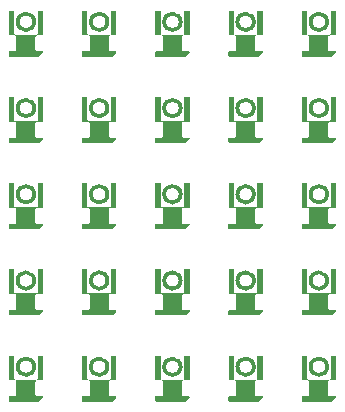
<source format=gbs>
G04 #@! TF.GenerationSoftware,KiCad,Pcbnew,5.0.2-bee76a0~70~ubuntu18.04.1*
G04 #@! TF.CreationDate,2018-12-05T20:22:07+01:00*
G04 #@! TF.ProjectId,noname,6e6f6e61-6d65-42e6-9b69-6361645f7063,rev?*
G04 #@! TF.SameCoordinates,Original*
G04 #@! TF.FileFunction,Soldermask,Bot*
G04 #@! TF.FilePolarity,Negative*
%FSLAX46Y46*%
G04 Gerber Fmt 4.6, Leading zero omitted, Abs format (unit mm)*
G04 Created by KiCad (PCBNEW 5.0.2-bee76a0~70~ubuntu18.04.1) date Wed 05 Dec 2018 20:22:07 CET*
%MOMM*%
%LPD*%
G01*
G04 APERTURE LIST*
%ADD10C,0.300000*%
%ADD11C,0.100000*%
G04 APERTURE END LIST*
D10*
G04 #@! TO.C,U1*
X137600000Y-121820000D02*
G75*
G03X137600000Y-121820000I-700000J0D01*
G01*
X131400000Y-121820000D02*
G75*
G03X131400000Y-121820000I-700000J0D01*
G01*
X125200000Y-121820000D02*
G75*
G03X125200000Y-121820000I-700000J0D01*
G01*
X119000000Y-121820000D02*
G75*
G03X119000000Y-121820000I-700000J0D01*
G01*
X112800000Y-121820000D02*
G75*
G03X112800000Y-121820000I-700000J0D01*
G01*
X137600000Y-114520000D02*
G75*
G03X137600000Y-114520000I-700000J0D01*
G01*
X131400000Y-114520000D02*
G75*
G03X131400000Y-114520000I-700000J0D01*
G01*
X125200000Y-114520000D02*
G75*
G03X125200000Y-114520000I-700000J0D01*
G01*
X119000000Y-114520000D02*
G75*
G03X119000000Y-114520000I-700000J0D01*
G01*
X112800000Y-114520000D02*
G75*
G03X112800000Y-114520000I-700000J0D01*
G01*
X137600000Y-107220000D02*
G75*
G03X137600000Y-107220000I-700000J0D01*
G01*
X131400000Y-107220000D02*
G75*
G03X131400000Y-107220000I-700000J0D01*
G01*
X125200000Y-107220000D02*
G75*
G03X125200000Y-107220000I-700000J0D01*
G01*
X119000000Y-107220000D02*
G75*
G03X119000000Y-107220000I-700000J0D01*
G01*
X112800000Y-107220000D02*
G75*
G03X112800000Y-107220000I-700000J0D01*
G01*
X137600000Y-99920000D02*
G75*
G03X137600000Y-99920000I-700000J0D01*
G01*
X131400000Y-99920000D02*
G75*
G03X131400000Y-99920000I-700000J0D01*
G01*
X125200000Y-99920000D02*
G75*
G03X125200000Y-99920000I-700000J0D01*
G01*
X119000000Y-99920000D02*
G75*
G03X119000000Y-99920000I-700000J0D01*
G01*
X112800000Y-99920000D02*
G75*
G03X112800000Y-99920000I-700000J0D01*
G01*
X137600000Y-92620000D02*
G75*
G03X137600000Y-92620000I-700000J0D01*
G01*
X131400000Y-92620000D02*
G75*
G03X131400000Y-92620000I-700000J0D01*
G01*
X125200000Y-92620000D02*
G75*
G03X125200000Y-92620000I-700000J0D01*
G01*
X119000000Y-92620000D02*
G75*
G03X119000000Y-92620000I-700000J0D01*
G01*
X112800000Y-92620000D02*
G75*
G03X112800000Y-92620000I-700000J0D01*
G01*
D11*
G36*
X135900800Y-122794200D02*
X135903202Y-122818586D01*
X135910315Y-122842035D01*
X135921866Y-122863646D01*
X135937412Y-122882588D01*
X135956354Y-122898134D01*
X135977965Y-122909685D01*
X136001414Y-122916798D01*
X136025800Y-122919200D01*
X137774200Y-122919200D01*
X137798586Y-122916798D01*
X137822035Y-122909685D01*
X137843646Y-122898134D01*
X137862588Y-122882588D01*
X137878134Y-122863646D01*
X137889685Y-122842035D01*
X137896798Y-122818586D01*
X137899200Y-122794200D01*
X137899200Y-120869200D01*
X138350800Y-120869200D01*
X138350800Y-122970800D01*
X137825800Y-122970800D01*
X137801414Y-122973202D01*
X137777965Y-122980315D01*
X137756354Y-122991866D01*
X137737412Y-123007412D01*
X137721866Y-123026354D01*
X137710315Y-123047965D01*
X137703202Y-123071414D01*
X137700800Y-123095800D01*
X137700800Y-124193349D01*
X137703202Y-124217735D01*
X137710315Y-124241184D01*
X137721866Y-124262795D01*
X137737412Y-124281737D01*
X137756354Y-124297283D01*
X137777965Y-124308834D01*
X137801414Y-124315947D01*
X137825800Y-124318349D01*
X138293862Y-124318349D01*
X138309956Y-124319934D01*
X138319535Y-124322840D01*
X138328359Y-124327556D01*
X138336095Y-124333905D01*
X138342444Y-124341641D01*
X138347160Y-124350465D01*
X138350066Y-124360044D01*
X138351651Y-124376138D01*
X138351651Y-124413862D01*
X138350066Y-124429956D01*
X138347160Y-124439535D01*
X138342444Y-124448359D01*
X138332175Y-124460871D01*
X138040871Y-124752175D01*
X138028359Y-124762444D01*
X138019535Y-124767160D01*
X138009956Y-124770066D01*
X137993862Y-124771651D01*
X135506138Y-124771651D01*
X135490044Y-124770066D01*
X135480465Y-124767160D01*
X135471641Y-124762444D01*
X135463905Y-124756095D01*
X135457556Y-124748359D01*
X135452840Y-124739535D01*
X135449934Y-124729956D01*
X135448349Y-124713862D01*
X135448349Y-124376138D01*
X135449934Y-124360044D01*
X135452840Y-124350465D01*
X135457556Y-124341641D01*
X135463905Y-124333905D01*
X135471641Y-124327556D01*
X135480465Y-124322840D01*
X135490044Y-124319934D01*
X135506138Y-124318349D01*
X135974200Y-124318349D01*
X135998586Y-124315947D01*
X136022035Y-124308834D01*
X136043646Y-124297283D01*
X136062588Y-124281737D01*
X136078134Y-124262795D01*
X136089685Y-124241184D01*
X136096798Y-124217735D01*
X136099200Y-124193349D01*
X136099200Y-123095800D01*
X136096798Y-123071414D01*
X136089685Y-123047965D01*
X136078134Y-123026354D01*
X136062588Y-123007412D01*
X136043646Y-122991866D01*
X136022035Y-122980315D01*
X135998586Y-122973202D01*
X135974200Y-122970800D01*
X135449200Y-122970800D01*
X135449200Y-120869200D01*
X135900800Y-120869200D01*
X135900800Y-122794200D01*
X135900800Y-122794200D01*
G37*
G36*
X129700800Y-122794200D02*
X129703202Y-122818586D01*
X129710315Y-122842035D01*
X129721866Y-122863646D01*
X129737412Y-122882588D01*
X129756354Y-122898134D01*
X129777965Y-122909685D01*
X129801414Y-122916798D01*
X129825800Y-122919200D01*
X131574200Y-122919200D01*
X131598586Y-122916798D01*
X131622035Y-122909685D01*
X131643646Y-122898134D01*
X131662588Y-122882588D01*
X131678134Y-122863646D01*
X131689685Y-122842035D01*
X131696798Y-122818586D01*
X131699200Y-122794200D01*
X131699200Y-120869200D01*
X132150800Y-120869200D01*
X132150800Y-122970800D01*
X131625800Y-122970800D01*
X131601414Y-122973202D01*
X131577965Y-122980315D01*
X131556354Y-122991866D01*
X131537412Y-123007412D01*
X131521866Y-123026354D01*
X131510315Y-123047965D01*
X131503202Y-123071414D01*
X131500800Y-123095800D01*
X131500800Y-124193349D01*
X131503202Y-124217735D01*
X131510315Y-124241184D01*
X131521866Y-124262795D01*
X131537412Y-124281737D01*
X131556354Y-124297283D01*
X131577965Y-124308834D01*
X131601414Y-124315947D01*
X131625800Y-124318349D01*
X132093862Y-124318349D01*
X132109956Y-124319934D01*
X132119535Y-124322840D01*
X132128359Y-124327556D01*
X132136095Y-124333905D01*
X132142444Y-124341641D01*
X132147160Y-124350465D01*
X132150066Y-124360044D01*
X132151651Y-124376138D01*
X132151651Y-124413862D01*
X132150066Y-124429956D01*
X132147160Y-124439535D01*
X132142444Y-124448359D01*
X132132175Y-124460871D01*
X131840871Y-124752175D01*
X131828359Y-124762444D01*
X131819535Y-124767160D01*
X131809956Y-124770066D01*
X131793862Y-124771651D01*
X129306138Y-124771651D01*
X129290044Y-124770066D01*
X129280465Y-124767160D01*
X129271641Y-124762444D01*
X129263905Y-124756095D01*
X129257556Y-124748359D01*
X129252840Y-124739535D01*
X129249934Y-124729956D01*
X129248349Y-124713862D01*
X129248349Y-124376138D01*
X129249934Y-124360044D01*
X129252840Y-124350465D01*
X129257556Y-124341641D01*
X129263905Y-124333905D01*
X129271641Y-124327556D01*
X129280465Y-124322840D01*
X129290044Y-124319934D01*
X129306138Y-124318349D01*
X129774200Y-124318349D01*
X129798586Y-124315947D01*
X129822035Y-124308834D01*
X129843646Y-124297283D01*
X129862588Y-124281737D01*
X129878134Y-124262795D01*
X129889685Y-124241184D01*
X129896798Y-124217735D01*
X129899200Y-124193349D01*
X129899200Y-123095800D01*
X129896798Y-123071414D01*
X129889685Y-123047965D01*
X129878134Y-123026354D01*
X129862588Y-123007412D01*
X129843646Y-122991866D01*
X129822035Y-122980315D01*
X129798586Y-122973202D01*
X129774200Y-122970800D01*
X129249200Y-122970800D01*
X129249200Y-120869200D01*
X129700800Y-120869200D01*
X129700800Y-122794200D01*
X129700800Y-122794200D01*
G37*
G36*
X123500800Y-122794200D02*
X123503202Y-122818586D01*
X123510315Y-122842035D01*
X123521866Y-122863646D01*
X123537412Y-122882588D01*
X123556354Y-122898134D01*
X123577965Y-122909685D01*
X123601414Y-122916798D01*
X123625800Y-122919200D01*
X125374200Y-122919200D01*
X125398586Y-122916798D01*
X125422035Y-122909685D01*
X125443646Y-122898134D01*
X125462588Y-122882588D01*
X125478134Y-122863646D01*
X125489685Y-122842035D01*
X125496798Y-122818586D01*
X125499200Y-122794200D01*
X125499200Y-120869200D01*
X125950800Y-120869200D01*
X125950800Y-122970800D01*
X125425800Y-122970800D01*
X125401414Y-122973202D01*
X125377965Y-122980315D01*
X125356354Y-122991866D01*
X125337412Y-123007412D01*
X125321866Y-123026354D01*
X125310315Y-123047965D01*
X125303202Y-123071414D01*
X125300800Y-123095800D01*
X125300800Y-124193349D01*
X125303202Y-124217735D01*
X125310315Y-124241184D01*
X125321866Y-124262795D01*
X125337412Y-124281737D01*
X125356354Y-124297283D01*
X125377965Y-124308834D01*
X125401414Y-124315947D01*
X125425800Y-124318349D01*
X125893862Y-124318349D01*
X125909956Y-124319934D01*
X125919535Y-124322840D01*
X125928359Y-124327556D01*
X125936095Y-124333905D01*
X125942444Y-124341641D01*
X125947160Y-124350465D01*
X125950066Y-124360044D01*
X125951651Y-124376138D01*
X125951651Y-124413862D01*
X125950066Y-124429956D01*
X125947160Y-124439535D01*
X125942444Y-124448359D01*
X125932175Y-124460871D01*
X125640871Y-124752175D01*
X125628359Y-124762444D01*
X125619535Y-124767160D01*
X125609956Y-124770066D01*
X125593862Y-124771651D01*
X123106138Y-124771651D01*
X123090044Y-124770066D01*
X123080465Y-124767160D01*
X123071641Y-124762444D01*
X123063905Y-124756095D01*
X123057556Y-124748359D01*
X123052840Y-124739535D01*
X123049934Y-124729956D01*
X123048349Y-124713862D01*
X123048349Y-124376138D01*
X123049934Y-124360044D01*
X123052840Y-124350465D01*
X123057556Y-124341641D01*
X123063905Y-124333905D01*
X123071641Y-124327556D01*
X123080465Y-124322840D01*
X123090044Y-124319934D01*
X123106138Y-124318349D01*
X123574200Y-124318349D01*
X123598586Y-124315947D01*
X123622035Y-124308834D01*
X123643646Y-124297283D01*
X123662588Y-124281737D01*
X123678134Y-124262795D01*
X123689685Y-124241184D01*
X123696798Y-124217735D01*
X123699200Y-124193349D01*
X123699200Y-123095800D01*
X123696798Y-123071414D01*
X123689685Y-123047965D01*
X123678134Y-123026354D01*
X123662588Y-123007412D01*
X123643646Y-122991866D01*
X123622035Y-122980315D01*
X123598586Y-122973202D01*
X123574200Y-122970800D01*
X123049200Y-122970800D01*
X123049200Y-120869200D01*
X123500800Y-120869200D01*
X123500800Y-122794200D01*
X123500800Y-122794200D01*
G37*
G36*
X111100800Y-122794200D02*
X111103202Y-122818586D01*
X111110315Y-122842035D01*
X111121866Y-122863646D01*
X111137412Y-122882588D01*
X111156354Y-122898134D01*
X111177965Y-122909685D01*
X111201414Y-122916798D01*
X111225800Y-122919200D01*
X112974200Y-122919200D01*
X112998586Y-122916798D01*
X113022035Y-122909685D01*
X113043646Y-122898134D01*
X113062588Y-122882588D01*
X113078134Y-122863646D01*
X113089685Y-122842035D01*
X113096798Y-122818586D01*
X113099200Y-122794200D01*
X113099200Y-120869200D01*
X113550800Y-120869200D01*
X113550800Y-122970800D01*
X113025800Y-122970800D01*
X113001414Y-122973202D01*
X112977965Y-122980315D01*
X112956354Y-122991866D01*
X112937412Y-123007412D01*
X112921866Y-123026354D01*
X112910315Y-123047965D01*
X112903202Y-123071414D01*
X112900800Y-123095800D01*
X112900800Y-124193349D01*
X112903202Y-124217735D01*
X112910315Y-124241184D01*
X112921866Y-124262795D01*
X112937412Y-124281737D01*
X112956354Y-124297283D01*
X112977965Y-124308834D01*
X113001414Y-124315947D01*
X113025800Y-124318349D01*
X113493862Y-124318349D01*
X113509956Y-124319934D01*
X113519535Y-124322840D01*
X113528359Y-124327556D01*
X113536095Y-124333905D01*
X113542444Y-124341641D01*
X113547160Y-124350465D01*
X113550066Y-124360044D01*
X113551651Y-124376138D01*
X113551651Y-124413862D01*
X113550066Y-124429956D01*
X113547160Y-124439535D01*
X113542444Y-124448359D01*
X113532175Y-124460871D01*
X113240871Y-124752175D01*
X113228359Y-124762444D01*
X113219535Y-124767160D01*
X113209956Y-124770066D01*
X113193862Y-124771651D01*
X110706138Y-124771651D01*
X110690044Y-124770066D01*
X110680465Y-124767160D01*
X110671641Y-124762444D01*
X110663905Y-124756095D01*
X110657556Y-124748359D01*
X110652840Y-124739535D01*
X110649934Y-124729956D01*
X110648349Y-124713862D01*
X110648349Y-124376138D01*
X110649934Y-124360044D01*
X110652840Y-124350465D01*
X110657556Y-124341641D01*
X110663905Y-124333905D01*
X110671641Y-124327556D01*
X110680465Y-124322840D01*
X110690044Y-124319934D01*
X110706138Y-124318349D01*
X111174200Y-124318349D01*
X111198586Y-124315947D01*
X111222035Y-124308834D01*
X111243646Y-124297283D01*
X111262588Y-124281737D01*
X111278134Y-124262795D01*
X111289685Y-124241184D01*
X111296798Y-124217735D01*
X111299200Y-124193349D01*
X111299200Y-123095800D01*
X111296798Y-123071414D01*
X111289685Y-123047965D01*
X111278134Y-123026354D01*
X111262588Y-123007412D01*
X111243646Y-122991866D01*
X111222035Y-122980315D01*
X111198586Y-122973202D01*
X111174200Y-122970800D01*
X110649200Y-122970800D01*
X110649200Y-120869200D01*
X111100800Y-120869200D01*
X111100800Y-122794200D01*
X111100800Y-122794200D01*
G37*
G36*
X117300800Y-122794200D02*
X117303202Y-122818586D01*
X117310315Y-122842035D01*
X117321866Y-122863646D01*
X117337412Y-122882588D01*
X117356354Y-122898134D01*
X117377965Y-122909685D01*
X117401414Y-122916798D01*
X117425800Y-122919200D01*
X119174200Y-122919200D01*
X119198586Y-122916798D01*
X119222035Y-122909685D01*
X119243646Y-122898134D01*
X119262588Y-122882588D01*
X119278134Y-122863646D01*
X119289685Y-122842035D01*
X119296798Y-122818586D01*
X119299200Y-122794200D01*
X119299200Y-120869200D01*
X119750800Y-120869200D01*
X119750800Y-122970800D01*
X119225800Y-122970800D01*
X119201414Y-122973202D01*
X119177965Y-122980315D01*
X119156354Y-122991866D01*
X119137412Y-123007412D01*
X119121866Y-123026354D01*
X119110315Y-123047965D01*
X119103202Y-123071414D01*
X119100800Y-123095800D01*
X119100800Y-124193349D01*
X119103202Y-124217735D01*
X119110315Y-124241184D01*
X119121866Y-124262795D01*
X119137412Y-124281737D01*
X119156354Y-124297283D01*
X119177965Y-124308834D01*
X119201414Y-124315947D01*
X119225800Y-124318349D01*
X119693862Y-124318349D01*
X119709956Y-124319934D01*
X119719535Y-124322840D01*
X119728359Y-124327556D01*
X119736095Y-124333905D01*
X119742444Y-124341641D01*
X119747160Y-124350465D01*
X119750066Y-124360044D01*
X119751651Y-124376138D01*
X119751651Y-124413862D01*
X119750066Y-124429956D01*
X119747160Y-124439535D01*
X119742444Y-124448359D01*
X119732175Y-124460871D01*
X119440871Y-124752175D01*
X119428359Y-124762444D01*
X119419535Y-124767160D01*
X119409956Y-124770066D01*
X119393862Y-124771651D01*
X116906138Y-124771651D01*
X116890044Y-124770066D01*
X116880465Y-124767160D01*
X116871641Y-124762444D01*
X116863905Y-124756095D01*
X116857556Y-124748359D01*
X116852840Y-124739535D01*
X116849934Y-124729956D01*
X116848349Y-124713862D01*
X116848349Y-124376138D01*
X116849934Y-124360044D01*
X116852840Y-124350465D01*
X116857556Y-124341641D01*
X116863905Y-124333905D01*
X116871641Y-124327556D01*
X116880465Y-124322840D01*
X116890044Y-124319934D01*
X116906138Y-124318349D01*
X117374200Y-124318349D01*
X117398586Y-124315947D01*
X117422035Y-124308834D01*
X117443646Y-124297283D01*
X117462588Y-124281737D01*
X117478134Y-124262795D01*
X117489685Y-124241184D01*
X117496798Y-124217735D01*
X117499200Y-124193349D01*
X117499200Y-123095800D01*
X117496798Y-123071414D01*
X117489685Y-123047965D01*
X117478134Y-123026354D01*
X117462588Y-123007412D01*
X117443646Y-122991866D01*
X117422035Y-122980315D01*
X117398586Y-122973202D01*
X117374200Y-122970800D01*
X116849200Y-122970800D01*
X116849200Y-120869200D01*
X117300800Y-120869200D01*
X117300800Y-122794200D01*
X117300800Y-122794200D01*
G37*
G36*
X117300800Y-115494200D02*
X117303202Y-115518586D01*
X117310315Y-115542035D01*
X117321866Y-115563646D01*
X117337412Y-115582588D01*
X117356354Y-115598134D01*
X117377965Y-115609685D01*
X117401414Y-115616798D01*
X117425800Y-115619200D01*
X119174200Y-115619200D01*
X119198586Y-115616798D01*
X119222035Y-115609685D01*
X119243646Y-115598134D01*
X119262588Y-115582588D01*
X119278134Y-115563646D01*
X119289685Y-115542035D01*
X119296798Y-115518586D01*
X119299200Y-115494200D01*
X119299200Y-113569200D01*
X119750800Y-113569200D01*
X119750800Y-115670800D01*
X119225800Y-115670800D01*
X119201414Y-115673202D01*
X119177965Y-115680315D01*
X119156354Y-115691866D01*
X119137412Y-115707412D01*
X119121866Y-115726354D01*
X119110315Y-115747965D01*
X119103202Y-115771414D01*
X119100800Y-115795800D01*
X119100800Y-116893349D01*
X119103202Y-116917735D01*
X119110315Y-116941184D01*
X119121866Y-116962795D01*
X119137412Y-116981737D01*
X119156354Y-116997283D01*
X119177965Y-117008834D01*
X119201414Y-117015947D01*
X119225800Y-117018349D01*
X119693862Y-117018349D01*
X119709956Y-117019934D01*
X119719535Y-117022840D01*
X119728359Y-117027556D01*
X119736095Y-117033905D01*
X119742444Y-117041641D01*
X119747160Y-117050465D01*
X119750066Y-117060044D01*
X119751651Y-117076138D01*
X119751651Y-117113862D01*
X119750066Y-117129956D01*
X119747160Y-117139535D01*
X119742444Y-117148359D01*
X119732175Y-117160871D01*
X119440871Y-117452175D01*
X119428359Y-117462444D01*
X119419535Y-117467160D01*
X119409956Y-117470066D01*
X119393862Y-117471651D01*
X116906138Y-117471651D01*
X116890044Y-117470066D01*
X116880465Y-117467160D01*
X116871641Y-117462444D01*
X116863905Y-117456095D01*
X116857556Y-117448359D01*
X116852840Y-117439535D01*
X116849934Y-117429956D01*
X116848349Y-117413862D01*
X116848349Y-117076138D01*
X116849934Y-117060044D01*
X116852840Y-117050465D01*
X116857556Y-117041641D01*
X116863905Y-117033905D01*
X116871641Y-117027556D01*
X116880465Y-117022840D01*
X116890044Y-117019934D01*
X116906138Y-117018349D01*
X117374200Y-117018349D01*
X117398586Y-117015947D01*
X117422035Y-117008834D01*
X117443646Y-116997283D01*
X117462588Y-116981737D01*
X117478134Y-116962795D01*
X117489685Y-116941184D01*
X117496798Y-116917735D01*
X117499200Y-116893349D01*
X117499200Y-115795800D01*
X117496798Y-115771414D01*
X117489685Y-115747965D01*
X117478134Y-115726354D01*
X117462588Y-115707412D01*
X117443646Y-115691866D01*
X117422035Y-115680315D01*
X117398586Y-115673202D01*
X117374200Y-115670800D01*
X116849200Y-115670800D01*
X116849200Y-113569200D01*
X117300800Y-113569200D01*
X117300800Y-115494200D01*
X117300800Y-115494200D01*
G37*
G36*
X111100800Y-115494200D02*
X111103202Y-115518586D01*
X111110315Y-115542035D01*
X111121866Y-115563646D01*
X111137412Y-115582588D01*
X111156354Y-115598134D01*
X111177965Y-115609685D01*
X111201414Y-115616798D01*
X111225800Y-115619200D01*
X112974200Y-115619200D01*
X112998586Y-115616798D01*
X113022035Y-115609685D01*
X113043646Y-115598134D01*
X113062588Y-115582588D01*
X113078134Y-115563646D01*
X113089685Y-115542035D01*
X113096798Y-115518586D01*
X113099200Y-115494200D01*
X113099200Y-113569200D01*
X113550800Y-113569200D01*
X113550800Y-115670800D01*
X113025800Y-115670800D01*
X113001414Y-115673202D01*
X112977965Y-115680315D01*
X112956354Y-115691866D01*
X112937412Y-115707412D01*
X112921866Y-115726354D01*
X112910315Y-115747965D01*
X112903202Y-115771414D01*
X112900800Y-115795800D01*
X112900800Y-116893349D01*
X112903202Y-116917735D01*
X112910315Y-116941184D01*
X112921866Y-116962795D01*
X112937412Y-116981737D01*
X112956354Y-116997283D01*
X112977965Y-117008834D01*
X113001414Y-117015947D01*
X113025800Y-117018349D01*
X113493862Y-117018349D01*
X113509956Y-117019934D01*
X113519535Y-117022840D01*
X113528359Y-117027556D01*
X113536095Y-117033905D01*
X113542444Y-117041641D01*
X113547160Y-117050465D01*
X113550066Y-117060044D01*
X113551651Y-117076138D01*
X113551651Y-117113862D01*
X113550066Y-117129956D01*
X113547160Y-117139535D01*
X113542444Y-117148359D01*
X113532175Y-117160871D01*
X113240871Y-117452175D01*
X113228359Y-117462444D01*
X113219535Y-117467160D01*
X113209956Y-117470066D01*
X113193862Y-117471651D01*
X110706138Y-117471651D01*
X110690044Y-117470066D01*
X110680465Y-117467160D01*
X110671641Y-117462444D01*
X110663905Y-117456095D01*
X110657556Y-117448359D01*
X110652840Y-117439535D01*
X110649934Y-117429956D01*
X110648349Y-117413862D01*
X110648349Y-117076138D01*
X110649934Y-117060044D01*
X110652840Y-117050465D01*
X110657556Y-117041641D01*
X110663905Y-117033905D01*
X110671641Y-117027556D01*
X110680465Y-117022840D01*
X110690044Y-117019934D01*
X110706138Y-117018349D01*
X111174200Y-117018349D01*
X111198586Y-117015947D01*
X111222035Y-117008834D01*
X111243646Y-116997283D01*
X111262588Y-116981737D01*
X111278134Y-116962795D01*
X111289685Y-116941184D01*
X111296798Y-116917735D01*
X111299200Y-116893349D01*
X111299200Y-115795800D01*
X111296798Y-115771414D01*
X111289685Y-115747965D01*
X111278134Y-115726354D01*
X111262588Y-115707412D01*
X111243646Y-115691866D01*
X111222035Y-115680315D01*
X111198586Y-115673202D01*
X111174200Y-115670800D01*
X110649200Y-115670800D01*
X110649200Y-113569200D01*
X111100800Y-113569200D01*
X111100800Y-115494200D01*
X111100800Y-115494200D01*
G37*
G36*
X123500800Y-115494200D02*
X123503202Y-115518586D01*
X123510315Y-115542035D01*
X123521866Y-115563646D01*
X123537412Y-115582588D01*
X123556354Y-115598134D01*
X123577965Y-115609685D01*
X123601414Y-115616798D01*
X123625800Y-115619200D01*
X125374200Y-115619200D01*
X125398586Y-115616798D01*
X125422035Y-115609685D01*
X125443646Y-115598134D01*
X125462588Y-115582588D01*
X125478134Y-115563646D01*
X125489685Y-115542035D01*
X125496798Y-115518586D01*
X125499200Y-115494200D01*
X125499200Y-113569200D01*
X125950800Y-113569200D01*
X125950800Y-115670800D01*
X125425800Y-115670800D01*
X125401414Y-115673202D01*
X125377965Y-115680315D01*
X125356354Y-115691866D01*
X125337412Y-115707412D01*
X125321866Y-115726354D01*
X125310315Y-115747965D01*
X125303202Y-115771414D01*
X125300800Y-115795800D01*
X125300800Y-116893349D01*
X125303202Y-116917735D01*
X125310315Y-116941184D01*
X125321866Y-116962795D01*
X125337412Y-116981737D01*
X125356354Y-116997283D01*
X125377965Y-117008834D01*
X125401414Y-117015947D01*
X125425800Y-117018349D01*
X125893862Y-117018349D01*
X125909956Y-117019934D01*
X125919535Y-117022840D01*
X125928359Y-117027556D01*
X125936095Y-117033905D01*
X125942444Y-117041641D01*
X125947160Y-117050465D01*
X125950066Y-117060044D01*
X125951651Y-117076138D01*
X125951651Y-117113862D01*
X125950066Y-117129956D01*
X125947160Y-117139535D01*
X125942444Y-117148359D01*
X125932175Y-117160871D01*
X125640871Y-117452175D01*
X125628359Y-117462444D01*
X125619535Y-117467160D01*
X125609956Y-117470066D01*
X125593862Y-117471651D01*
X123106138Y-117471651D01*
X123090044Y-117470066D01*
X123080465Y-117467160D01*
X123071641Y-117462444D01*
X123063905Y-117456095D01*
X123057556Y-117448359D01*
X123052840Y-117439535D01*
X123049934Y-117429956D01*
X123048349Y-117413862D01*
X123048349Y-117076138D01*
X123049934Y-117060044D01*
X123052840Y-117050465D01*
X123057556Y-117041641D01*
X123063905Y-117033905D01*
X123071641Y-117027556D01*
X123080465Y-117022840D01*
X123090044Y-117019934D01*
X123106138Y-117018349D01*
X123574200Y-117018349D01*
X123598586Y-117015947D01*
X123622035Y-117008834D01*
X123643646Y-116997283D01*
X123662588Y-116981737D01*
X123678134Y-116962795D01*
X123689685Y-116941184D01*
X123696798Y-116917735D01*
X123699200Y-116893349D01*
X123699200Y-115795800D01*
X123696798Y-115771414D01*
X123689685Y-115747965D01*
X123678134Y-115726354D01*
X123662588Y-115707412D01*
X123643646Y-115691866D01*
X123622035Y-115680315D01*
X123598586Y-115673202D01*
X123574200Y-115670800D01*
X123049200Y-115670800D01*
X123049200Y-113569200D01*
X123500800Y-113569200D01*
X123500800Y-115494200D01*
X123500800Y-115494200D01*
G37*
G36*
X135900800Y-115494200D02*
X135903202Y-115518586D01*
X135910315Y-115542035D01*
X135921866Y-115563646D01*
X135937412Y-115582588D01*
X135956354Y-115598134D01*
X135977965Y-115609685D01*
X136001414Y-115616798D01*
X136025800Y-115619200D01*
X137774200Y-115619200D01*
X137798586Y-115616798D01*
X137822035Y-115609685D01*
X137843646Y-115598134D01*
X137862588Y-115582588D01*
X137878134Y-115563646D01*
X137889685Y-115542035D01*
X137896798Y-115518586D01*
X137899200Y-115494200D01*
X137899200Y-113569200D01*
X138350800Y-113569200D01*
X138350800Y-115670800D01*
X137825800Y-115670800D01*
X137801414Y-115673202D01*
X137777965Y-115680315D01*
X137756354Y-115691866D01*
X137737412Y-115707412D01*
X137721866Y-115726354D01*
X137710315Y-115747965D01*
X137703202Y-115771414D01*
X137700800Y-115795800D01*
X137700800Y-116893349D01*
X137703202Y-116917735D01*
X137710315Y-116941184D01*
X137721866Y-116962795D01*
X137737412Y-116981737D01*
X137756354Y-116997283D01*
X137777965Y-117008834D01*
X137801414Y-117015947D01*
X137825800Y-117018349D01*
X138293862Y-117018349D01*
X138309956Y-117019934D01*
X138319535Y-117022840D01*
X138328359Y-117027556D01*
X138336095Y-117033905D01*
X138342444Y-117041641D01*
X138347160Y-117050465D01*
X138350066Y-117060044D01*
X138351651Y-117076138D01*
X138351651Y-117113862D01*
X138350066Y-117129956D01*
X138347160Y-117139535D01*
X138342444Y-117148359D01*
X138332175Y-117160871D01*
X138040871Y-117452175D01*
X138028359Y-117462444D01*
X138019535Y-117467160D01*
X138009956Y-117470066D01*
X137993862Y-117471651D01*
X135506138Y-117471651D01*
X135490044Y-117470066D01*
X135480465Y-117467160D01*
X135471641Y-117462444D01*
X135463905Y-117456095D01*
X135457556Y-117448359D01*
X135452840Y-117439535D01*
X135449934Y-117429956D01*
X135448349Y-117413862D01*
X135448349Y-117076138D01*
X135449934Y-117060044D01*
X135452840Y-117050465D01*
X135457556Y-117041641D01*
X135463905Y-117033905D01*
X135471641Y-117027556D01*
X135480465Y-117022840D01*
X135490044Y-117019934D01*
X135506138Y-117018349D01*
X135974200Y-117018349D01*
X135998586Y-117015947D01*
X136022035Y-117008834D01*
X136043646Y-116997283D01*
X136062588Y-116981737D01*
X136078134Y-116962795D01*
X136089685Y-116941184D01*
X136096798Y-116917735D01*
X136099200Y-116893349D01*
X136099200Y-115795800D01*
X136096798Y-115771414D01*
X136089685Y-115747965D01*
X136078134Y-115726354D01*
X136062588Y-115707412D01*
X136043646Y-115691866D01*
X136022035Y-115680315D01*
X135998586Y-115673202D01*
X135974200Y-115670800D01*
X135449200Y-115670800D01*
X135449200Y-113569200D01*
X135900800Y-113569200D01*
X135900800Y-115494200D01*
X135900800Y-115494200D01*
G37*
G36*
X129700800Y-115494200D02*
X129703202Y-115518586D01*
X129710315Y-115542035D01*
X129721866Y-115563646D01*
X129737412Y-115582588D01*
X129756354Y-115598134D01*
X129777965Y-115609685D01*
X129801414Y-115616798D01*
X129825800Y-115619200D01*
X131574200Y-115619200D01*
X131598586Y-115616798D01*
X131622035Y-115609685D01*
X131643646Y-115598134D01*
X131662588Y-115582588D01*
X131678134Y-115563646D01*
X131689685Y-115542035D01*
X131696798Y-115518586D01*
X131699200Y-115494200D01*
X131699200Y-113569200D01*
X132150800Y-113569200D01*
X132150800Y-115670800D01*
X131625800Y-115670800D01*
X131601414Y-115673202D01*
X131577965Y-115680315D01*
X131556354Y-115691866D01*
X131537412Y-115707412D01*
X131521866Y-115726354D01*
X131510315Y-115747965D01*
X131503202Y-115771414D01*
X131500800Y-115795800D01*
X131500800Y-116893349D01*
X131503202Y-116917735D01*
X131510315Y-116941184D01*
X131521866Y-116962795D01*
X131537412Y-116981737D01*
X131556354Y-116997283D01*
X131577965Y-117008834D01*
X131601414Y-117015947D01*
X131625800Y-117018349D01*
X132093862Y-117018349D01*
X132109956Y-117019934D01*
X132119535Y-117022840D01*
X132128359Y-117027556D01*
X132136095Y-117033905D01*
X132142444Y-117041641D01*
X132147160Y-117050465D01*
X132150066Y-117060044D01*
X132151651Y-117076138D01*
X132151651Y-117113862D01*
X132150066Y-117129956D01*
X132147160Y-117139535D01*
X132142444Y-117148359D01*
X132132175Y-117160871D01*
X131840871Y-117452175D01*
X131828359Y-117462444D01*
X131819535Y-117467160D01*
X131809956Y-117470066D01*
X131793862Y-117471651D01*
X129306138Y-117471651D01*
X129290044Y-117470066D01*
X129280465Y-117467160D01*
X129271641Y-117462444D01*
X129263905Y-117456095D01*
X129257556Y-117448359D01*
X129252840Y-117439535D01*
X129249934Y-117429956D01*
X129248349Y-117413862D01*
X129248349Y-117076138D01*
X129249934Y-117060044D01*
X129252840Y-117050465D01*
X129257556Y-117041641D01*
X129263905Y-117033905D01*
X129271641Y-117027556D01*
X129280465Y-117022840D01*
X129290044Y-117019934D01*
X129306138Y-117018349D01*
X129774200Y-117018349D01*
X129798586Y-117015947D01*
X129822035Y-117008834D01*
X129843646Y-116997283D01*
X129862588Y-116981737D01*
X129878134Y-116962795D01*
X129889685Y-116941184D01*
X129896798Y-116917735D01*
X129899200Y-116893349D01*
X129899200Y-115795800D01*
X129896798Y-115771414D01*
X129889685Y-115747965D01*
X129878134Y-115726354D01*
X129862588Y-115707412D01*
X129843646Y-115691866D01*
X129822035Y-115680315D01*
X129798586Y-115673202D01*
X129774200Y-115670800D01*
X129249200Y-115670800D01*
X129249200Y-113569200D01*
X129700800Y-113569200D01*
X129700800Y-115494200D01*
X129700800Y-115494200D01*
G37*
G36*
X135900800Y-108194200D02*
X135903202Y-108218586D01*
X135910315Y-108242035D01*
X135921866Y-108263646D01*
X135937412Y-108282588D01*
X135956354Y-108298134D01*
X135977965Y-108309685D01*
X136001414Y-108316798D01*
X136025800Y-108319200D01*
X137774200Y-108319200D01*
X137798586Y-108316798D01*
X137822035Y-108309685D01*
X137843646Y-108298134D01*
X137862588Y-108282588D01*
X137878134Y-108263646D01*
X137889685Y-108242035D01*
X137896798Y-108218586D01*
X137899200Y-108194200D01*
X137899200Y-106269200D01*
X138350800Y-106269200D01*
X138350800Y-108370800D01*
X137825800Y-108370800D01*
X137801414Y-108373202D01*
X137777965Y-108380315D01*
X137756354Y-108391866D01*
X137737412Y-108407412D01*
X137721866Y-108426354D01*
X137710315Y-108447965D01*
X137703202Y-108471414D01*
X137700800Y-108495800D01*
X137700800Y-109593349D01*
X137703202Y-109617735D01*
X137710315Y-109641184D01*
X137721866Y-109662795D01*
X137737412Y-109681737D01*
X137756354Y-109697283D01*
X137777965Y-109708834D01*
X137801414Y-109715947D01*
X137825800Y-109718349D01*
X138293862Y-109718349D01*
X138309956Y-109719934D01*
X138319535Y-109722840D01*
X138328359Y-109727556D01*
X138336095Y-109733905D01*
X138342444Y-109741641D01*
X138347160Y-109750465D01*
X138350066Y-109760044D01*
X138351651Y-109776138D01*
X138351651Y-109813862D01*
X138350066Y-109829956D01*
X138347160Y-109839535D01*
X138342444Y-109848359D01*
X138332175Y-109860871D01*
X138040871Y-110152175D01*
X138028359Y-110162444D01*
X138019535Y-110167160D01*
X138009956Y-110170066D01*
X137993862Y-110171651D01*
X135506138Y-110171651D01*
X135490044Y-110170066D01*
X135480465Y-110167160D01*
X135471641Y-110162444D01*
X135463905Y-110156095D01*
X135457556Y-110148359D01*
X135452840Y-110139535D01*
X135449934Y-110129956D01*
X135448349Y-110113862D01*
X135448349Y-109776138D01*
X135449934Y-109760044D01*
X135452840Y-109750465D01*
X135457556Y-109741641D01*
X135463905Y-109733905D01*
X135471641Y-109727556D01*
X135480465Y-109722840D01*
X135490044Y-109719934D01*
X135506138Y-109718349D01*
X135974200Y-109718349D01*
X135998586Y-109715947D01*
X136022035Y-109708834D01*
X136043646Y-109697283D01*
X136062588Y-109681737D01*
X136078134Y-109662795D01*
X136089685Y-109641184D01*
X136096798Y-109617735D01*
X136099200Y-109593349D01*
X136099200Y-108495800D01*
X136096798Y-108471414D01*
X136089685Y-108447965D01*
X136078134Y-108426354D01*
X136062588Y-108407412D01*
X136043646Y-108391866D01*
X136022035Y-108380315D01*
X135998586Y-108373202D01*
X135974200Y-108370800D01*
X135449200Y-108370800D01*
X135449200Y-106269200D01*
X135900800Y-106269200D01*
X135900800Y-108194200D01*
X135900800Y-108194200D01*
G37*
G36*
X129700800Y-108194200D02*
X129703202Y-108218586D01*
X129710315Y-108242035D01*
X129721866Y-108263646D01*
X129737412Y-108282588D01*
X129756354Y-108298134D01*
X129777965Y-108309685D01*
X129801414Y-108316798D01*
X129825800Y-108319200D01*
X131574200Y-108319200D01*
X131598586Y-108316798D01*
X131622035Y-108309685D01*
X131643646Y-108298134D01*
X131662588Y-108282588D01*
X131678134Y-108263646D01*
X131689685Y-108242035D01*
X131696798Y-108218586D01*
X131699200Y-108194200D01*
X131699200Y-106269200D01*
X132150800Y-106269200D01*
X132150800Y-108370800D01*
X131625800Y-108370800D01*
X131601414Y-108373202D01*
X131577965Y-108380315D01*
X131556354Y-108391866D01*
X131537412Y-108407412D01*
X131521866Y-108426354D01*
X131510315Y-108447965D01*
X131503202Y-108471414D01*
X131500800Y-108495800D01*
X131500800Y-109593349D01*
X131503202Y-109617735D01*
X131510315Y-109641184D01*
X131521866Y-109662795D01*
X131537412Y-109681737D01*
X131556354Y-109697283D01*
X131577965Y-109708834D01*
X131601414Y-109715947D01*
X131625800Y-109718349D01*
X132093862Y-109718349D01*
X132109956Y-109719934D01*
X132119535Y-109722840D01*
X132128359Y-109727556D01*
X132136095Y-109733905D01*
X132142444Y-109741641D01*
X132147160Y-109750465D01*
X132150066Y-109760044D01*
X132151651Y-109776138D01*
X132151651Y-109813862D01*
X132150066Y-109829956D01*
X132147160Y-109839535D01*
X132142444Y-109848359D01*
X132132175Y-109860871D01*
X131840871Y-110152175D01*
X131828359Y-110162444D01*
X131819535Y-110167160D01*
X131809956Y-110170066D01*
X131793862Y-110171651D01*
X129306138Y-110171651D01*
X129290044Y-110170066D01*
X129280465Y-110167160D01*
X129271641Y-110162444D01*
X129263905Y-110156095D01*
X129257556Y-110148359D01*
X129252840Y-110139535D01*
X129249934Y-110129956D01*
X129248349Y-110113862D01*
X129248349Y-109776138D01*
X129249934Y-109760044D01*
X129252840Y-109750465D01*
X129257556Y-109741641D01*
X129263905Y-109733905D01*
X129271641Y-109727556D01*
X129280465Y-109722840D01*
X129290044Y-109719934D01*
X129306138Y-109718349D01*
X129774200Y-109718349D01*
X129798586Y-109715947D01*
X129822035Y-109708834D01*
X129843646Y-109697283D01*
X129862588Y-109681737D01*
X129878134Y-109662795D01*
X129889685Y-109641184D01*
X129896798Y-109617735D01*
X129899200Y-109593349D01*
X129899200Y-108495800D01*
X129896798Y-108471414D01*
X129889685Y-108447965D01*
X129878134Y-108426354D01*
X129862588Y-108407412D01*
X129843646Y-108391866D01*
X129822035Y-108380315D01*
X129798586Y-108373202D01*
X129774200Y-108370800D01*
X129249200Y-108370800D01*
X129249200Y-106269200D01*
X129700800Y-106269200D01*
X129700800Y-108194200D01*
X129700800Y-108194200D01*
G37*
G36*
X111100800Y-108194200D02*
X111103202Y-108218586D01*
X111110315Y-108242035D01*
X111121866Y-108263646D01*
X111137412Y-108282588D01*
X111156354Y-108298134D01*
X111177965Y-108309685D01*
X111201414Y-108316798D01*
X111225800Y-108319200D01*
X112974200Y-108319200D01*
X112998586Y-108316798D01*
X113022035Y-108309685D01*
X113043646Y-108298134D01*
X113062588Y-108282588D01*
X113078134Y-108263646D01*
X113089685Y-108242035D01*
X113096798Y-108218586D01*
X113099200Y-108194200D01*
X113099200Y-106269200D01*
X113550800Y-106269200D01*
X113550800Y-108370800D01*
X113025800Y-108370800D01*
X113001414Y-108373202D01*
X112977965Y-108380315D01*
X112956354Y-108391866D01*
X112937412Y-108407412D01*
X112921866Y-108426354D01*
X112910315Y-108447965D01*
X112903202Y-108471414D01*
X112900800Y-108495800D01*
X112900800Y-109593349D01*
X112903202Y-109617735D01*
X112910315Y-109641184D01*
X112921866Y-109662795D01*
X112937412Y-109681737D01*
X112956354Y-109697283D01*
X112977965Y-109708834D01*
X113001414Y-109715947D01*
X113025800Y-109718349D01*
X113493862Y-109718349D01*
X113509956Y-109719934D01*
X113519535Y-109722840D01*
X113528359Y-109727556D01*
X113536095Y-109733905D01*
X113542444Y-109741641D01*
X113547160Y-109750465D01*
X113550066Y-109760044D01*
X113551651Y-109776138D01*
X113551651Y-109813862D01*
X113550066Y-109829956D01*
X113547160Y-109839535D01*
X113542444Y-109848359D01*
X113532175Y-109860871D01*
X113240871Y-110152175D01*
X113228359Y-110162444D01*
X113219535Y-110167160D01*
X113209956Y-110170066D01*
X113193862Y-110171651D01*
X110706138Y-110171651D01*
X110690044Y-110170066D01*
X110680465Y-110167160D01*
X110671641Y-110162444D01*
X110663905Y-110156095D01*
X110657556Y-110148359D01*
X110652840Y-110139535D01*
X110649934Y-110129956D01*
X110648349Y-110113862D01*
X110648349Y-109776138D01*
X110649934Y-109760044D01*
X110652840Y-109750465D01*
X110657556Y-109741641D01*
X110663905Y-109733905D01*
X110671641Y-109727556D01*
X110680465Y-109722840D01*
X110690044Y-109719934D01*
X110706138Y-109718349D01*
X111174200Y-109718349D01*
X111198586Y-109715947D01*
X111222035Y-109708834D01*
X111243646Y-109697283D01*
X111262588Y-109681737D01*
X111278134Y-109662795D01*
X111289685Y-109641184D01*
X111296798Y-109617735D01*
X111299200Y-109593349D01*
X111299200Y-108495800D01*
X111296798Y-108471414D01*
X111289685Y-108447965D01*
X111278134Y-108426354D01*
X111262588Y-108407412D01*
X111243646Y-108391866D01*
X111222035Y-108380315D01*
X111198586Y-108373202D01*
X111174200Y-108370800D01*
X110649200Y-108370800D01*
X110649200Y-106269200D01*
X111100800Y-106269200D01*
X111100800Y-108194200D01*
X111100800Y-108194200D01*
G37*
G36*
X123500800Y-108194200D02*
X123503202Y-108218586D01*
X123510315Y-108242035D01*
X123521866Y-108263646D01*
X123537412Y-108282588D01*
X123556354Y-108298134D01*
X123577965Y-108309685D01*
X123601414Y-108316798D01*
X123625800Y-108319200D01*
X125374200Y-108319200D01*
X125398586Y-108316798D01*
X125422035Y-108309685D01*
X125443646Y-108298134D01*
X125462588Y-108282588D01*
X125478134Y-108263646D01*
X125489685Y-108242035D01*
X125496798Y-108218586D01*
X125499200Y-108194200D01*
X125499200Y-106269200D01*
X125950800Y-106269200D01*
X125950800Y-108370800D01*
X125425800Y-108370800D01*
X125401414Y-108373202D01*
X125377965Y-108380315D01*
X125356354Y-108391866D01*
X125337412Y-108407412D01*
X125321866Y-108426354D01*
X125310315Y-108447965D01*
X125303202Y-108471414D01*
X125300800Y-108495800D01*
X125300800Y-109593349D01*
X125303202Y-109617735D01*
X125310315Y-109641184D01*
X125321866Y-109662795D01*
X125337412Y-109681737D01*
X125356354Y-109697283D01*
X125377965Y-109708834D01*
X125401414Y-109715947D01*
X125425800Y-109718349D01*
X125893862Y-109718349D01*
X125909956Y-109719934D01*
X125919535Y-109722840D01*
X125928359Y-109727556D01*
X125936095Y-109733905D01*
X125942444Y-109741641D01*
X125947160Y-109750465D01*
X125950066Y-109760044D01*
X125951651Y-109776138D01*
X125951651Y-109813862D01*
X125950066Y-109829956D01*
X125947160Y-109839535D01*
X125942444Y-109848359D01*
X125932175Y-109860871D01*
X125640871Y-110152175D01*
X125628359Y-110162444D01*
X125619535Y-110167160D01*
X125609956Y-110170066D01*
X125593862Y-110171651D01*
X123106138Y-110171651D01*
X123090044Y-110170066D01*
X123080465Y-110167160D01*
X123071641Y-110162444D01*
X123063905Y-110156095D01*
X123057556Y-110148359D01*
X123052840Y-110139535D01*
X123049934Y-110129956D01*
X123048349Y-110113862D01*
X123048349Y-109776138D01*
X123049934Y-109760044D01*
X123052840Y-109750465D01*
X123057556Y-109741641D01*
X123063905Y-109733905D01*
X123071641Y-109727556D01*
X123080465Y-109722840D01*
X123090044Y-109719934D01*
X123106138Y-109718349D01*
X123574200Y-109718349D01*
X123598586Y-109715947D01*
X123622035Y-109708834D01*
X123643646Y-109697283D01*
X123662588Y-109681737D01*
X123678134Y-109662795D01*
X123689685Y-109641184D01*
X123696798Y-109617735D01*
X123699200Y-109593349D01*
X123699200Y-108495800D01*
X123696798Y-108471414D01*
X123689685Y-108447965D01*
X123678134Y-108426354D01*
X123662588Y-108407412D01*
X123643646Y-108391866D01*
X123622035Y-108380315D01*
X123598586Y-108373202D01*
X123574200Y-108370800D01*
X123049200Y-108370800D01*
X123049200Y-106269200D01*
X123500800Y-106269200D01*
X123500800Y-108194200D01*
X123500800Y-108194200D01*
G37*
G36*
X117300800Y-108194200D02*
X117303202Y-108218586D01*
X117310315Y-108242035D01*
X117321866Y-108263646D01*
X117337412Y-108282588D01*
X117356354Y-108298134D01*
X117377965Y-108309685D01*
X117401414Y-108316798D01*
X117425800Y-108319200D01*
X119174200Y-108319200D01*
X119198586Y-108316798D01*
X119222035Y-108309685D01*
X119243646Y-108298134D01*
X119262588Y-108282588D01*
X119278134Y-108263646D01*
X119289685Y-108242035D01*
X119296798Y-108218586D01*
X119299200Y-108194200D01*
X119299200Y-106269200D01*
X119750800Y-106269200D01*
X119750800Y-108370800D01*
X119225800Y-108370800D01*
X119201414Y-108373202D01*
X119177965Y-108380315D01*
X119156354Y-108391866D01*
X119137412Y-108407412D01*
X119121866Y-108426354D01*
X119110315Y-108447965D01*
X119103202Y-108471414D01*
X119100800Y-108495800D01*
X119100800Y-109593349D01*
X119103202Y-109617735D01*
X119110315Y-109641184D01*
X119121866Y-109662795D01*
X119137412Y-109681737D01*
X119156354Y-109697283D01*
X119177965Y-109708834D01*
X119201414Y-109715947D01*
X119225800Y-109718349D01*
X119693862Y-109718349D01*
X119709956Y-109719934D01*
X119719535Y-109722840D01*
X119728359Y-109727556D01*
X119736095Y-109733905D01*
X119742444Y-109741641D01*
X119747160Y-109750465D01*
X119750066Y-109760044D01*
X119751651Y-109776138D01*
X119751651Y-109813862D01*
X119750066Y-109829956D01*
X119747160Y-109839535D01*
X119742444Y-109848359D01*
X119732175Y-109860871D01*
X119440871Y-110152175D01*
X119428359Y-110162444D01*
X119419535Y-110167160D01*
X119409956Y-110170066D01*
X119393862Y-110171651D01*
X116906138Y-110171651D01*
X116890044Y-110170066D01*
X116880465Y-110167160D01*
X116871641Y-110162444D01*
X116863905Y-110156095D01*
X116857556Y-110148359D01*
X116852840Y-110139535D01*
X116849934Y-110129956D01*
X116848349Y-110113862D01*
X116848349Y-109776138D01*
X116849934Y-109760044D01*
X116852840Y-109750465D01*
X116857556Y-109741641D01*
X116863905Y-109733905D01*
X116871641Y-109727556D01*
X116880465Y-109722840D01*
X116890044Y-109719934D01*
X116906138Y-109718349D01*
X117374200Y-109718349D01*
X117398586Y-109715947D01*
X117422035Y-109708834D01*
X117443646Y-109697283D01*
X117462588Y-109681737D01*
X117478134Y-109662795D01*
X117489685Y-109641184D01*
X117496798Y-109617735D01*
X117499200Y-109593349D01*
X117499200Y-108495800D01*
X117496798Y-108471414D01*
X117489685Y-108447965D01*
X117478134Y-108426354D01*
X117462588Y-108407412D01*
X117443646Y-108391866D01*
X117422035Y-108380315D01*
X117398586Y-108373202D01*
X117374200Y-108370800D01*
X116849200Y-108370800D01*
X116849200Y-106269200D01*
X117300800Y-106269200D01*
X117300800Y-108194200D01*
X117300800Y-108194200D01*
G37*
G36*
X111100800Y-100894200D02*
X111103202Y-100918586D01*
X111110315Y-100942035D01*
X111121866Y-100963646D01*
X111137412Y-100982588D01*
X111156354Y-100998134D01*
X111177965Y-101009685D01*
X111201414Y-101016798D01*
X111225800Y-101019200D01*
X112974200Y-101019200D01*
X112998586Y-101016798D01*
X113022035Y-101009685D01*
X113043646Y-100998134D01*
X113062588Y-100982588D01*
X113078134Y-100963646D01*
X113089685Y-100942035D01*
X113096798Y-100918586D01*
X113099200Y-100894200D01*
X113099200Y-98969200D01*
X113550800Y-98969200D01*
X113550800Y-101070800D01*
X113025800Y-101070800D01*
X113001414Y-101073202D01*
X112977965Y-101080315D01*
X112956354Y-101091866D01*
X112937412Y-101107412D01*
X112921866Y-101126354D01*
X112910315Y-101147965D01*
X112903202Y-101171414D01*
X112900800Y-101195800D01*
X112900800Y-102293349D01*
X112903202Y-102317735D01*
X112910315Y-102341184D01*
X112921866Y-102362795D01*
X112937412Y-102381737D01*
X112956354Y-102397283D01*
X112977965Y-102408834D01*
X113001414Y-102415947D01*
X113025800Y-102418349D01*
X113493862Y-102418349D01*
X113509956Y-102419934D01*
X113519535Y-102422840D01*
X113528359Y-102427556D01*
X113536095Y-102433905D01*
X113542444Y-102441641D01*
X113547160Y-102450465D01*
X113550066Y-102460044D01*
X113551651Y-102476138D01*
X113551651Y-102513862D01*
X113550066Y-102529956D01*
X113547160Y-102539535D01*
X113542444Y-102548359D01*
X113532175Y-102560871D01*
X113240871Y-102852175D01*
X113228359Y-102862444D01*
X113219535Y-102867160D01*
X113209956Y-102870066D01*
X113193862Y-102871651D01*
X110706138Y-102871651D01*
X110690044Y-102870066D01*
X110680465Y-102867160D01*
X110671641Y-102862444D01*
X110663905Y-102856095D01*
X110657556Y-102848359D01*
X110652840Y-102839535D01*
X110649934Y-102829956D01*
X110648349Y-102813862D01*
X110648349Y-102476138D01*
X110649934Y-102460044D01*
X110652840Y-102450465D01*
X110657556Y-102441641D01*
X110663905Y-102433905D01*
X110671641Y-102427556D01*
X110680465Y-102422840D01*
X110690044Y-102419934D01*
X110706138Y-102418349D01*
X111174200Y-102418349D01*
X111198586Y-102415947D01*
X111222035Y-102408834D01*
X111243646Y-102397283D01*
X111262588Y-102381737D01*
X111278134Y-102362795D01*
X111289685Y-102341184D01*
X111296798Y-102317735D01*
X111299200Y-102293349D01*
X111299200Y-101195800D01*
X111296798Y-101171414D01*
X111289685Y-101147965D01*
X111278134Y-101126354D01*
X111262588Y-101107412D01*
X111243646Y-101091866D01*
X111222035Y-101080315D01*
X111198586Y-101073202D01*
X111174200Y-101070800D01*
X110649200Y-101070800D01*
X110649200Y-98969200D01*
X111100800Y-98969200D01*
X111100800Y-100894200D01*
X111100800Y-100894200D01*
G37*
G36*
X117300800Y-100894200D02*
X117303202Y-100918586D01*
X117310315Y-100942035D01*
X117321866Y-100963646D01*
X117337412Y-100982588D01*
X117356354Y-100998134D01*
X117377965Y-101009685D01*
X117401414Y-101016798D01*
X117425800Y-101019200D01*
X119174200Y-101019200D01*
X119198586Y-101016798D01*
X119222035Y-101009685D01*
X119243646Y-100998134D01*
X119262588Y-100982588D01*
X119278134Y-100963646D01*
X119289685Y-100942035D01*
X119296798Y-100918586D01*
X119299200Y-100894200D01*
X119299200Y-98969200D01*
X119750800Y-98969200D01*
X119750800Y-101070800D01*
X119225800Y-101070800D01*
X119201414Y-101073202D01*
X119177965Y-101080315D01*
X119156354Y-101091866D01*
X119137412Y-101107412D01*
X119121866Y-101126354D01*
X119110315Y-101147965D01*
X119103202Y-101171414D01*
X119100800Y-101195800D01*
X119100800Y-102293349D01*
X119103202Y-102317735D01*
X119110315Y-102341184D01*
X119121866Y-102362795D01*
X119137412Y-102381737D01*
X119156354Y-102397283D01*
X119177965Y-102408834D01*
X119201414Y-102415947D01*
X119225800Y-102418349D01*
X119693862Y-102418349D01*
X119709956Y-102419934D01*
X119719535Y-102422840D01*
X119728359Y-102427556D01*
X119736095Y-102433905D01*
X119742444Y-102441641D01*
X119747160Y-102450465D01*
X119750066Y-102460044D01*
X119751651Y-102476138D01*
X119751651Y-102513862D01*
X119750066Y-102529956D01*
X119747160Y-102539535D01*
X119742444Y-102548359D01*
X119732175Y-102560871D01*
X119440871Y-102852175D01*
X119428359Y-102862444D01*
X119419535Y-102867160D01*
X119409956Y-102870066D01*
X119393862Y-102871651D01*
X116906138Y-102871651D01*
X116890044Y-102870066D01*
X116880465Y-102867160D01*
X116871641Y-102862444D01*
X116863905Y-102856095D01*
X116857556Y-102848359D01*
X116852840Y-102839535D01*
X116849934Y-102829956D01*
X116848349Y-102813862D01*
X116848349Y-102476138D01*
X116849934Y-102460044D01*
X116852840Y-102450465D01*
X116857556Y-102441641D01*
X116863905Y-102433905D01*
X116871641Y-102427556D01*
X116880465Y-102422840D01*
X116890044Y-102419934D01*
X116906138Y-102418349D01*
X117374200Y-102418349D01*
X117398586Y-102415947D01*
X117422035Y-102408834D01*
X117443646Y-102397283D01*
X117462588Y-102381737D01*
X117478134Y-102362795D01*
X117489685Y-102341184D01*
X117496798Y-102317735D01*
X117499200Y-102293349D01*
X117499200Y-101195800D01*
X117496798Y-101171414D01*
X117489685Y-101147965D01*
X117478134Y-101126354D01*
X117462588Y-101107412D01*
X117443646Y-101091866D01*
X117422035Y-101080315D01*
X117398586Y-101073202D01*
X117374200Y-101070800D01*
X116849200Y-101070800D01*
X116849200Y-98969200D01*
X117300800Y-98969200D01*
X117300800Y-100894200D01*
X117300800Y-100894200D01*
G37*
G36*
X123500800Y-100894200D02*
X123503202Y-100918586D01*
X123510315Y-100942035D01*
X123521866Y-100963646D01*
X123537412Y-100982588D01*
X123556354Y-100998134D01*
X123577965Y-101009685D01*
X123601414Y-101016798D01*
X123625800Y-101019200D01*
X125374200Y-101019200D01*
X125398586Y-101016798D01*
X125422035Y-101009685D01*
X125443646Y-100998134D01*
X125462588Y-100982588D01*
X125478134Y-100963646D01*
X125489685Y-100942035D01*
X125496798Y-100918586D01*
X125499200Y-100894200D01*
X125499200Y-98969200D01*
X125950800Y-98969200D01*
X125950800Y-101070800D01*
X125425800Y-101070800D01*
X125401414Y-101073202D01*
X125377965Y-101080315D01*
X125356354Y-101091866D01*
X125337412Y-101107412D01*
X125321866Y-101126354D01*
X125310315Y-101147965D01*
X125303202Y-101171414D01*
X125300800Y-101195800D01*
X125300800Y-102293349D01*
X125303202Y-102317735D01*
X125310315Y-102341184D01*
X125321866Y-102362795D01*
X125337412Y-102381737D01*
X125356354Y-102397283D01*
X125377965Y-102408834D01*
X125401414Y-102415947D01*
X125425800Y-102418349D01*
X125893862Y-102418349D01*
X125909956Y-102419934D01*
X125919535Y-102422840D01*
X125928359Y-102427556D01*
X125936095Y-102433905D01*
X125942444Y-102441641D01*
X125947160Y-102450465D01*
X125950066Y-102460044D01*
X125951651Y-102476138D01*
X125951651Y-102513862D01*
X125950066Y-102529956D01*
X125947160Y-102539535D01*
X125942444Y-102548359D01*
X125932175Y-102560871D01*
X125640871Y-102852175D01*
X125628359Y-102862444D01*
X125619535Y-102867160D01*
X125609956Y-102870066D01*
X125593862Y-102871651D01*
X123106138Y-102871651D01*
X123090044Y-102870066D01*
X123080465Y-102867160D01*
X123071641Y-102862444D01*
X123063905Y-102856095D01*
X123057556Y-102848359D01*
X123052840Y-102839535D01*
X123049934Y-102829956D01*
X123048349Y-102813862D01*
X123048349Y-102476138D01*
X123049934Y-102460044D01*
X123052840Y-102450465D01*
X123057556Y-102441641D01*
X123063905Y-102433905D01*
X123071641Y-102427556D01*
X123080465Y-102422840D01*
X123090044Y-102419934D01*
X123106138Y-102418349D01*
X123574200Y-102418349D01*
X123598586Y-102415947D01*
X123622035Y-102408834D01*
X123643646Y-102397283D01*
X123662588Y-102381737D01*
X123678134Y-102362795D01*
X123689685Y-102341184D01*
X123696798Y-102317735D01*
X123699200Y-102293349D01*
X123699200Y-101195800D01*
X123696798Y-101171414D01*
X123689685Y-101147965D01*
X123678134Y-101126354D01*
X123662588Y-101107412D01*
X123643646Y-101091866D01*
X123622035Y-101080315D01*
X123598586Y-101073202D01*
X123574200Y-101070800D01*
X123049200Y-101070800D01*
X123049200Y-98969200D01*
X123500800Y-98969200D01*
X123500800Y-100894200D01*
X123500800Y-100894200D01*
G37*
G36*
X129700800Y-100894200D02*
X129703202Y-100918586D01*
X129710315Y-100942035D01*
X129721866Y-100963646D01*
X129737412Y-100982588D01*
X129756354Y-100998134D01*
X129777965Y-101009685D01*
X129801414Y-101016798D01*
X129825800Y-101019200D01*
X131574200Y-101019200D01*
X131598586Y-101016798D01*
X131622035Y-101009685D01*
X131643646Y-100998134D01*
X131662588Y-100982588D01*
X131678134Y-100963646D01*
X131689685Y-100942035D01*
X131696798Y-100918586D01*
X131699200Y-100894200D01*
X131699200Y-98969200D01*
X132150800Y-98969200D01*
X132150800Y-101070800D01*
X131625800Y-101070800D01*
X131601414Y-101073202D01*
X131577965Y-101080315D01*
X131556354Y-101091866D01*
X131537412Y-101107412D01*
X131521866Y-101126354D01*
X131510315Y-101147965D01*
X131503202Y-101171414D01*
X131500800Y-101195800D01*
X131500800Y-102293349D01*
X131503202Y-102317735D01*
X131510315Y-102341184D01*
X131521866Y-102362795D01*
X131537412Y-102381737D01*
X131556354Y-102397283D01*
X131577965Y-102408834D01*
X131601414Y-102415947D01*
X131625800Y-102418349D01*
X132093862Y-102418349D01*
X132109956Y-102419934D01*
X132119535Y-102422840D01*
X132128359Y-102427556D01*
X132136095Y-102433905D01*
X132142444Y-102441641D01*
X132147160Y-102450465D01*
X132150066Y-102460044D01*
X132151651Y-102476138D01*
X132151651Y-102513862D01*
X132150066Y-102529956D01*
X132147160Y-102539535D01*
X132142444Y-102548359D01*
X132132175Y-102560871D01*
X131840871Y-102852175D01*
X131828359Y-102862444D01*
X131819535Y-102867160D01*
X131809956Y-102870066D01*
X131793862Y-102871651D01*
X129306138Y-102871651D01*
X129290044Y-102870066D01*
X129280465Y-102867160D01*
X129271641Y-102862444D01*
X129263905Y-102856095D01*
X129257556Y-102848359D01*
X129252840Y-102839535D01*
X129249934Y-102829956D01*
X129248349Y-102813862D01*
X129248349Y-102476138D01*
X129249934Y-102460044D01*
X129252840Y-102450465D01*
X129257556Y-102441641D01*
X129263905Y-102433905D01*
X129271641Y-102427556D01*
X129280465Y-102422840D01*
X129290044Y-102419934D01*
X129306138Y-102418349D01*
X129774200Y-102418349D01*
X129798586Y-102415947D01*
X129822035Y-102408834D01*
X129843646Y-102397283D01*
X129862588Y-102381737D01*
X129878134Y-102362795D01*
X129889685Y-102341184D01*
X129896798Y-102317735D01*
X129899200Y-102293349D01*
X129899200Y-101195800D01*
X129896798Y-101171414D01*
X129889685Y-101147965D01*
X129878134Y-101126354D01*
X129862588Y-101107412D01*
X129843646Y-101091866D01*
X129822035Y-101080315D01*
X129798586Y-101073202D01*
X129774200Y-101070800D01*
X129249200Y-101070800D01*
X129249200Y-98969200D01*
X129700800Y-98969200D01*
X129700800Y-100894200D01*
X129700800Y-100894200D01*
G37*
G36*
X135900800Y-100894200D02*
X135903202Y-100918586D01*
X135910315Y-100942035D01*
X135921866Y-100963646D01*
X135937412Y-100982588D01*
X135956354Y-100998134D01*
X135977965Y-101009685D01*
X136001414Y-101016798D01*
X136025800Y-101019200D01*
X137774200Y-101019200D01*
X137798586Y-101016798D01*
X137822035Y-101009685D01*
X137843646Y-100998134D01*
X137862588Y-100982588D01*
X137878134Y-100963646D01*
X137889685Y-100942035D01*
X137896798Y-100918586D01*
X137899200Y-100894200D01*
X137899200Y-98969200D01*
X138350800Y-98969200D01*
X138350800Y-101070800D01*
X137825800Y-101070800D01*
X137801414Y-101073202D01*
X137777965Y-101080315D01*
X137756354Y-101091866D01*
X137737412Y-101107412D01*
X137721866Y-101126354D01*
X137710315Y-101147965D01*
X137703202Y-101171414D01*
X137700800Y-101195800D01*
X137700800Y-102293349D01*
X137703202Y-102317735D01*
X137710315Y-102341184D01*
X137721866Y-102362795D01*
X137737412Y-102381737D01*
X137756354Y-102397283D01*
X137777965Y-102408834D01*
X137801414Y-102415947D01*
X137825800Y-102418349D01*
X138293862Y-102418349D01*
X138309956Y-102419934D01*
X138319535Y-102422840D01*
X138328359Y-102427556D01*
X138336095Y-102433905D01*
X138342444Y-102441641D01*
X138347160Y-102450465D01*
X138350066Y-102460044D01*
X138351651Y-102476138D01*
X138351651Y-102513862D01*
X138350066Y-102529956D01*
X138347160Y-102539535D01*
X138342444Y-102548359D01*
X138332175Y-102560871D01*
X138040871Y-102852175D01*
X138028359Y-102862444D01*
X138019535Y-102867160D01*
X138009956Y-102870066D01*
X137993862Y-102871651D01*
X135506138Y-102871651D01*
X135490044Y-102870066D01*
X135480465Y-102867160D01*
X135471641Y-102862444D01*
X135463905Y-102856095D01*
X135457556Y-102848359D01*
X135452840Y-102839535D01*
X135449934Y-102829956D01*
X135448349Y-102813862D01*
X135448349Y-102476138D01*
X135449934Y-102460044D01*
X135452840Y-102450465D01*
X135457556Y-102441641D01*
X135463905Y-102433905D01*
X135471641Y-102427556D01*
X135480465Y-102422840D01*
X135490044Y-102419934D01*
X135506138Y-102418349D01*
X135974200Y-102418349D01*
X135998586Y-102415947D01*
X136022035Y-102408834D01*
X136043646Y-102397283D01*
X136062588Y-102381737D01*
X136078134Y-102362795D01*
X136089685Y-102341184D01*
X136096798Y-102317735D01*
X136099200Y-102293349D01*
X136099200Y-101195800D01*
X136096798Y-101171414D01*
X136089685Y-101147965D01*
X136078134Y-101126354D01*
X136062588Y-101107412D01*
X136043646Y-101091866D01*
X136022035Y-101080315D01*
X135998586Y-101073202D01*
X135974200Y-101070800D01*
X135449200Y-101070800D01*
X135449200Y-98969200D01*
X135900800Y-98969200D01*
X135900800Y-100894200D01*
X135900800Y-100894200D01*
G37*
G36*
X111100800Y-93594200D02*
X111103202Y-93618586D01*
X111110315Y-93642035D01*
X111121866Y-93663646D01*
X111137412Y-93682588D01*
X111156354Y-93698134D01*
X111177965Y-93709685D01*
X111201414Y-93716798D01*
X111225800Y-93719200D01*
X112974200Y-93719200D01*
X112998586Y-93716798D01*
X113022035Y-93709685D01*
X113043646Y-93698134D01*
X113062588Y-93682588D01*
X113078134Y-93663646D01*
X113089685Y-93642035D01*
X113096798Y-93618586D01*
X113099200Y-93594200D01*
X113099200Y-91669200D01*
X113550800Y-91669200D01*
X113550800Y-93770800D01*
X113025800Y-93770800D01*
X113001414Y-93773202D01*
X112977965Y-93780315D01*
X112956354Y-93791866D01*
X112937412Y-93807412D01*
X112921866Y-93826354D01*
X112910315Y-93847965D01*
X112903202Y-93871414D01*
X112900800Y-93895800D01*
X112900800Y-94993349D01*
X112903202Y-95017735D01*
X112910315Y-95041184D01*
X112921866Y-95062795D01*
X112937412Y-95081737D01*
X112956354Y-95097283D01*
X112977965Y-95108834D01*
X113001414Y-95115947D01*
X113025800Y-95118349D01*
X113493862Y-95118349D01*
X113509956Y-95119934D01*
X113519535Y-95122840D01*
X113528359Y-95127556D01*
X113536095Y-95133905D01*
X113542444Y-95141641D01*
X113547160Y-95150465D01*
X113550066Y-95160044D01*
X113551651Y-95176138D01*
X113551651Y-95213862D01*
X113550066Y-95229956D01*
X113547160Y-95239535D01*
X113542444Y-95248359D01*
X113532175Y-95260871D01*
X113240871Y-95552175D01*
X113228359Y-95562444D01*
X113219535Y-95567160D01*
X113209956Y-95570066D01*
X113193862Y-95571651D01*
X110706138Y-95571651D01*
X110690044Y-95570066D01*
X110680465Y-95567160D01*
X110671641Y-95562444D01*
X110663905Y-95556095D01*
X110657556Y-95548359D01*
X110652840Y-95539535D01*
X110649934Y-95529956D01*
X110648349Y-95513862D01*
X110648349Y-95176138D01*
X110649934Y-95160044D01*
X110652840Y-95150465D01*
X110657556Y-95141641D01*
X110663905Y-95133905D01*
X110671641Y-95127556D01*
X110680465Y-95122840D01*
X110690044Y-95119934D01*
X110706138Y-95118349D01*
X111174200Y-95118349D01*
X111198586Y-95115947D01*
X111222035Y-95108834D01*
X111243646Y-95097283D01*
X111262588Y-95081737D01*
X111278134Y-95062795D01*
X111289685Y-95041184D01*
X111296798Y-95017735D01*
X111299200Y-94993349D01*
X111299200Y-93895800D01*
X111296798Y-93871414D01*
X111289685Y-93847965D01*
X111278134Y-93826354D01*
X111262588Y-93807412D01*
X111243646Y-93791866D01*
X111222035Y-93780315D01*
X111198586Y-93773202D01*
X111174200Y-93770800D01*
X110649200Y-93770800D01*
X110649200Y-91669200D01*
X111100800Y-91669200D01*
X111100800Y-93594200D01*
X111100800Y-93594200D01*
G37*
G36*
X135900800Y-93594200D02*
X135903202Y-93618586D01*
X135910315Y-93642035D01*
X135921866Y-93663646D01*
X135937412Y-93682588D01*
X135956354Y-93698134D01*
X135977965Y-93709685D01*
X136001414Y-93716798D01*
X136025800Y-93719200D01*
X137774200Y-93719200D01*
X137798586Y-93716798D01*
X137822035Y-93709685D01*
X137843646Y-93698134D01*
X137862588Y-93682588D01*
X137878134Y-93663646D01*
X137889685Y-93642035D01*
X137896798Y-93618586D01*
X137899200Y-93594200D01*
X137899200Y-91669200D01*
X138350800Y-91669200D01*
X138350800Y-93770800D01*
X137825800Y-93770800D01*
X137801414Y-93773202D01*
X137777965Y-93780315D01*
X137756354Y-93791866D01*
X137737412Y-93807412D01*
X137721866Y-93826354D01*
X137710315Y-93847965D01*
X137703202Y-93871414D01*
X137700800Y-93895800D01*
X137700800Y-94993349D01*
X137703202Y-95017735D01*
X137710315Y-95041184D01*
X137721866Y-95062795D01*
X137737412Y-95081737D01*
X137756354Y-95097283D01*
X137777965Y-95108834D01*
X137801414Y-95115947D01*
X137825800Y-95118349D01*
X138293862Y-95118349D01*
X138309956Y-95119934D01*
X138319535Y-95122840D01*
X138328359Y-95127556D01*
X138336095Y-95133905D01*
X138342444Y-95141641D01*
X138347160Y-95150465D01*
X138350066Y-95160044D01*
X138351651Y-95176138D01*
X138351651Y-95213862D01*
X138350066Y-95229956D01*
X138347160Y-95239535D01*
X138342444Y-95248359D01*
X138332175Y-95260871D01*
X138040871Y-95552175D01*
X138028359Y-95562444D01*
X138019535Y-95567160D01*
X138009956Y-95570066D01*
X137993862Y-95571651D01*
X135506138Y-95571651D01*
X135490044Y-95570066D01*
X135480465Y-95567160D01*
X135471641Y-95562444D01*
X135463905Y-95556095D01*
X135457556Y-95548359D01*
X135452840Y-95539535D01*
X135449934Y-95529956D01*
X135448349Y-95513862D01*
X135448349Y-95176138D01*
X135449934Y-95160044D01*
X135452840Y-95150465D01*
X135457556Y-95141641D01*
X135463905Y-95133905D01*
X135471641Y-95127556D01*
X135480465Y-95122840D01*
X135490044Y-95119934D01*
X135506138Y-95118349D01*
X135974200Y-95118349D01*
X135998586Y-95115947D01*
X136022035Y-95108834D01*
X136043646Y-95097283D01*
X136062588Y-95081737D01*
X136078134Y-95062795D01*
X136089685Y-95041184D01*
X136096798Y-95017735D01*
X136099200Y-94993349D01*
X136099200Y-93895800D01*
X136096798Y-93871414D01*
X136089685Y-93847965D01*
X136078134Y-93826354D01*
X136062588Y-93807412D01*
X136043646Y-93791866D01*
X136022035Y-93780315D01*
X135998586Y-93773202D01*
X135974200Y-93770800D01*
X135449200Y-93770800D01*
X135449200Y-91669200D01*
X135900800Y-91669200D01*
X135900800Y-93594200D01*
X135900800Y-93594200D01*
G37*
G36*
X117300800Y-93594200D02*
X117303202Y-93618586D01*
X117310315Y-93642035D01*
X117321866Y-93663646D01*
X117337412Y-93682588D01*
X117356354Y-93698134D01*
X117377965Y-93709685D01*
X117401414Y-93716798D01*
X117425800Y-93719200D01*
X119174200Y-93719200D01*
X119198586Y-93716798D01*
X119222035Y-93709685D01*
X119243646Y-93698134D01*
X119262588Y-93682588D01*
X119278134Y-93663646D01*
X119289685Y-93642035D01*
X119296798Y-93618586D01*
X119299200Y-93594200D01*
X119299200Y-91669200D01*
X119750800Y-91669200D01*
X119750800Y-93770800D01*
X119225800Y-93770800D01*
X119201414Y-93773202D01*
X119177965Y-93780315D01*
X119156354Y-93791866D01*
X119137412Y-93807412D01*
X119121866Y-93826354D01*
X119110315Y-93847965D01*
X119103202Y-93871414D01*
X119100800Y-93895800D01*
X119100800Y-94993349D01*
X119103202Y-95017735D01*
X119110315Y-95041184D01*
X119121866Y-95062795D01*
X119137412Y-95081737D01*
X119156354Y-95097283D01*
X119177965Y-95108834D01*
X119201414Y-95115947D01*
X119225800Y-95118349D01*
X119693862Y-95118349D01*
X119709956Y-95119934D01*
X119719535Y-95122840D01*
X119728359Y-95127556D01*
X119736095Y-95133905D01*
X119742444Y-95141641D01*
X119747160Y-95150465D01*
X119750066Y-95160044D01*
X119751651Y-95176138D01*
X119751651Y-95213862D01*
X119750066Y-95229956D01*
X119747160Y-95239535D01*
X119742444Y-95248359D01*
X119732175Y-95260871D01*
X119440871Y-95552175D01*
X119428359Y-95562444D01*
X119419535Y-95567160D01*
X119409956Y-95570066D01*
X119393862Y-95571651D01*
X116906138Y-95571651D01*
X116890044Y-95570066D01*
X116880465Y-95567160D01*
X116871641Y-95562444D01*
X116863905Y-95556095D01*
X116857556Y-95548359D01*
X116852840Y-95539535D01*
X116849934Y-95529956D01*
X116848349Y-95513862D01*
X116848349Y-95176138D01*
X116849934Y-95160044D01*
X116852840Y-95150465D01*
X116857556Y-95141641D01*
X116863905Y-95133905D01*
X116871641Y-95127556D01*
X116880465Y-95122840D01*
X116890044Y-95119934D01*
X116906138Y-95118349D01*
X117374200Y-95118349D01*
X117398586Y-95115947D01*
X117422035Y-95108834D01*
X117443646Y-95097283D01*
X117462588Y-95081737D01*
X117478134Y-95062795D01*
X117489685Y-95041184D01*
X117496798Y-95017735D01*
X117499200Y-94993349D01*
X117499200Y-93895800D01*
X117496798Y-93871414D01*
X117489685Y-93847965D01*
X117478134Y-93826354D01*
X117462588Y-93807412D01*
X117443646Y-93791866D01*
X117422035Y-93780315D01*
X117398586Y-93773202D01*
X117374200Y-93770800D01*
X116849200Y-93770800D01*
X116849200Y-91669200D01*
X117300800Y-91669200D01*
X117300800Y-93594200D01*
X117300800Y-93594200D01*
G37*
G36*
X129700800Y-93594200D02*
X129703202Y-93618586D01*
X129710315Y-93642035D01*
X129721866Y-93663646D01*
X129737412Y-93682588D01*
X129756354Y-93698134D01*
X129777965Y-93709685D01*
X129801414Y-93716798D01*
X129825800Y-93719200D01*
X131574200Y-93719200D01*
X131598586Y-93716798D01*
X131622035Y-93709685D01*
X131643646Y-93698134D01*
X131662588Y-93682588D01*
X131678134Y-93663646D01*
X131689685Y-93642035D01*
X131696798Y-93618586D01*
X131699200Y-93594200D01*
X131699200Y-91669200D01*
X132150800Y-91669200D01*
X132150800Y-93770800D01*
X131625800Y-93770800D01*
X131601414Y-93773202D01*
X131577965Y-93780315D01*
X131556354Y-93791866D01*
X131537412Y-93807412D01*
X131521866Y-93826354D01*
X131510315Y-93847965D01*
X131503202Y-93871414D01*
X131500800Y-93895800D01*
X131500800Y-94993349D01*
X131503202Y-95017735D01*
X131510315Y-95041184D01*
X131521866Y-95062795D01*
X131537412Y-95081737D01*
X131556354Y-95097283D01*
X131577965Y-95108834D01*
X131601414Y-95115947D01*
X131625800Y-95118349D01*
X132093862Y-95118349D01*
X132109956Y-95119934D01*
X132119535Y-95122840D01*
X132128359Y-95127556D01*
X132136095Y-95133905D01*
X132142444Y-95141641D01*
X132147160Y-95150465D01*
X132150066Y-95160044D01*
X132151651Y-95176138D01*
X132151651Y-95213862D01*
X132150066Y-95229956D01*
X132147160Y-95239535D01*
X132142444Y-95248359D01*
X132132175Y-95260871D01*
X131840871Y-95552175D01*
X131828359Y-95562444D01*
X131819535Y-95567160D01*
X131809956Y-95570066D01*
X131793862Y-95571651D01*
X129306138Y-95571651D01*
X129290044Y-95570066D01*
X129280465Y-95567160D01*
X129271641Y-95562444D01*
X129263905Y-95556095D01*
X129257556Y-95548359D01*
X129252840Y-95539535D01*
X129249934Y-95529956D01*
X129248349Y-95513862D01*
X129248349Y-95176138D01*
X129249934Y-95160044D01*
X129252840Y-95150465D01*
X129257556Y-95141641D01*
X129263905Y-95133905D01*
X129271641Y-95127556D01*
X129280465Y-95122840D01*
X129290044Y-95119934D01*
X129306138Y-95118349D01*
X129774200Y-95118349D01*
X129798586Y-95115947D01*
X129822035Y-95108834D01*
X129843646Y-95097283D01*
X129862588Y-95081737D01*
X129878134Y-95062795D01*
X129889685Y-95041184D01*
X129896798Y-95017735D01*
X129899200Y-94993349D01*
X129899200Y-93895800D01*
X129896798Y-93871414D01*
X129889685Y-93847965D01*
X129878134Y-93826354D01*
X129862588Y-93807412D01*
X129843646Y-93791866D01*
X129822035Y-93780315D01*
X129798586Y-93773202D01*
X129774200Y-93770800D01*
X129249200Y-93770800D01*
X129249200Y-91669200D01*
X129700800Y-91669200D01*
X129700800Y-93594200D01*
X129700800Y-93594200D01*
G37*
G36*
X123500800Y-93594200D02*
X123503202Y-93618586D01*
X123510315Y-93642035D01*
X123521866Y-93663646D01*
X123537412Y-93682588D01*
X123556354Y-93698134D01*
X123577965Y-93709685D01*
X123601414Y-93716798D01*
X123625800Y-93719200D01*
X125374200Y-93719200D01*
X125398586Y-93716798D01*
X125422035Y-93709685D01*
X125443646Y-93698134D01*
X125462588Y-93682588D01*
X125478134Y-93663646D01*
X125489685Y-93642035D01*
X125496798Y-93618586D01*
X125499200Y-93594200D01*
X125499200Y-91669200D01*
X125950800Y-91669200D01*
X125950800Y-93770800D01*
X125425800Y-93770800D01*
X125401414Y-93773202D01*
X125377965Y-93780315D01*
X125356354Y-93791866D01*
X125337412Y-93807412D01*
X125321866Y-93826354D01*
X125310315Y-93847965D01*
X125303202Y-93871414D01*
X125300800Y-93895800D01*
X125300800Y-94993349D01*
X125303202Y-95017735D01*
X125310315Y-95041184D01*
X125321866Y-95062795D01*
X125337412Y-95081737D01*
X125356354Y-95097283D01*
X125377965Y-95108834D01*
X125401414Y-95115947D01*
X125425800Y-95118349D01*
X125893862Y-95118349D01*
X125909956Y-95119934D01*
X125919535Y-95122840D01*
X125928359Y-95127556D01*
X125936095Y-95133905D01*
X125942444Y-95141641D01*
X125947160Y-95150465D01*
X125950066Y-95160044D01*
X125951651Y-95176138D01*
X125951651Y-95213862D01*
X125950066Y-95229956D01*
X125947160Y-95239535D01*
X125942444Y-95248359D01*
X125932175Y-95260871D01*
X125640871Y-95552175D01*
X125628359Y-95562444D01*
X125619535Y-95567160D01*
X125609956Y-95570066D01*
X125593862Y-95571651D01*
X123106138Y-95571651D01*
X123090044Y-95570066D01*
X123080465Y-95567160D01*
X123071641Y-95562444D01*
X123063905Y-95556095D01*
X123057556Y-95548359D01*
X123052840Y-95539535D01*
X123049934Y-95529956D01*
X123048349Y-95513862D01*
X123048349Y-95176138D01*
X123049934Y-95160044D01*
X123052840Y-95150465D01*
X123057556Y-95141641D01*
X123063905Y-95133905D01*
X123071641Y-95127556D01*
X123080465Y-95122840D01*
X123090044Y-95119934D01*
X123106138Y-95118349D01*
X123574200Y-95118349D01*
X123598586Y-95115947D01*
X123622035Y-95108834D01*
X123643646Y-95097283D01*
X123662588Y-95081737D01*
X123678134Y-95062795D01*
X123689685Y-95041184D01*
X123696798Y-95017735D01*
X123699200Y-94993349D01*
X123699200Y-93895800D01*
X123696798Y-93871414D01*
X123689685Y-93847965D01*
X123678134Y-93826354D01*
X123662588Y-93807412D01*
X123643646Y-93791866D01*
X123622035Y-93780315D01*
X123598586Y-93773202D01*
X123574200Y-93770800D01*
X123049200Y-93770800D01*
X123049200Y-91669200D01*
X123500800Y-91669200D01*
X123500800Y-93594200D01*
X123500800Y-93594200D01*
G37*
M02*

</source>
